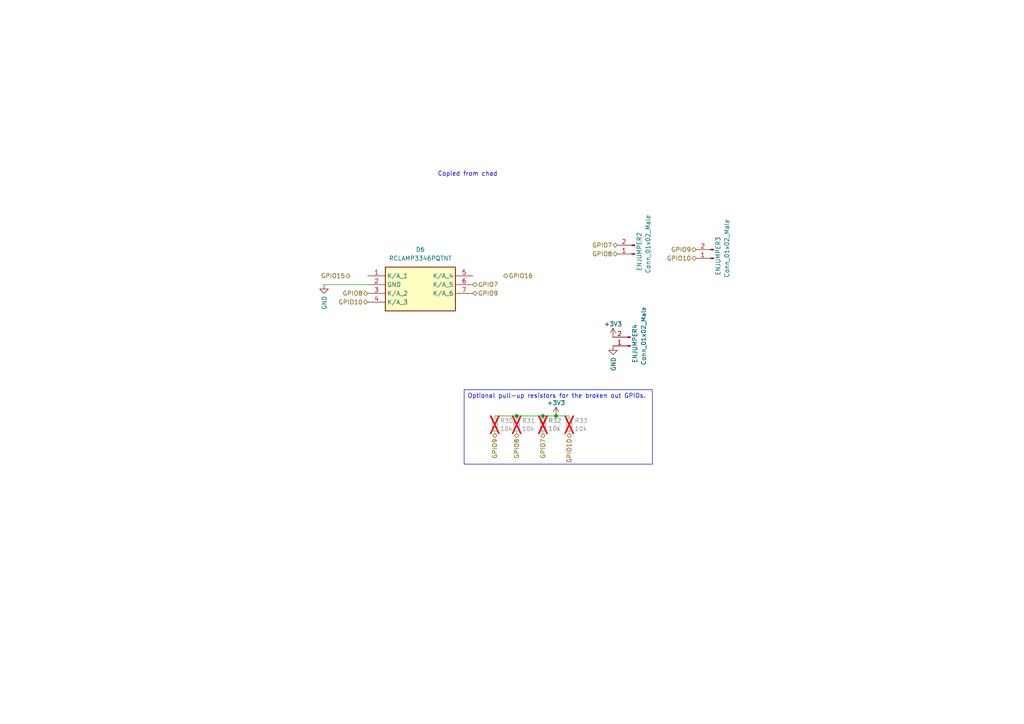
<source format=kicad_sch>
(kicad_sch (version 20250114) (generator "eeschema") (generator_version "9.0")
  (paper "A4")
  (lib_symbols
    (symbol "Connector:Conn_01x02_Male" (pin_names (offset 1.016) (hide yes))
      (property "Reference" "J" (at 0 2.54 0))
      (property "Value" "Conn_01x02_Male" (at 0 -5.08 0))
      (symbol "Conn_01x02_Male_1_1"
        (rectangle (start 0.8636 0.127) (end 0 -0.127) (stroke (width 0.1524)) (fill (type outline)))
        (rectangle (start 0.8636 -2.413) (end 0 -2.667) (stroke (width 0.1524)) (fill (type outline)))
        (polyline (pts (xy 1.27 0) (xy 0.8636 0)) (stroke (width 0.1524)))
        (polyline (pts (xy 1.27 -2.54) (xy 0.8636 -2.54)) (stroke (width 0.1524)))
        (pin passive line (at 5.08 0 180) (length 3.81) (name "Pin_1") (number "1"))
        (pin passive line (at 5.08 -2.54 180) (length 3.81) (name "Pin_2") (number "2"))
      )
    )
    (symbol "Device:R_Small" (pin_numbers (hide yes)) (pin_names (offset 0.254) (hide yes))
      (property "Reference" "R" (at 0.762 0.508 0))
      (property "Value" "R_Small" (at 0.762 -1.016 0))
      (symbol "R_Small_0_1"
        (rectangle (start -0.762 1.778) (end 0.762 -1.778) (stroke (width 0.2032)))
      )
      (symbol "R_Small_1_1"
        (pin passive line (at 0 2.54 270) (length 0.762) (name "~") (number "1"))
        (pin passive line (at 0 -2.54 90) (length 0.762) (name "~") (number "2"))
      )
    )
    (symbol "iclr:RCLAMP3346PQTNT"
      (property "Reference" "D" (at 26.67 7.62 0))
      (property "Value" "RCLAMP3346PQTNT" (at 26.67 5.08 0))
      (symbol "RCLAMP3346PQTNT_1_1"
        (rectangle (start 5.08 2.54) (end 25.4 -10.16) (stroke (width 0.254)) (fill (type background)))
        (pin passive line (at 0 0 0) (length 5.08) (name "K/A_1") (number "1"))
        (pin passive line (at 0 -2.54 0) (length 5.08) (name "GND") (number "2"))
        (pin passive line (at 0 -5.08 0) (length 5.08) (name "K/A_2") (number "3"))
        (pin passive line (at 0 -7.62 0) (length 5.08) (name "K/A_3") (number "4"))
        (pin passive line (at 30.48 0 180) (length 5.08) (name "K/A_4") (number "5"))
        (pin passive line (at 30.48 -2.54 180) (length 5.08) (name "K/A_5") (number "6"))
        (pin passive line (at 30.48 -5.08 180) (length 5.08) (name "K/A_6") (number "7"))
      )
    )
    (symbol "power:+3.3V" (power) (pin_names (offset 0))
      (property "Value" "+3.3V" (at 0 3.556 0))
      (symbol "+3.3V_0_1"
        (polyline (pts (xy -0.762 1.27) (xy 0 2.54)))
        (polyline (pts (xy 0 2.54) (xy 0.762 1.27)))
        (polyline (pts (xy 0 0) (xy 0 2.54)))
      )
      (symbol "+3.3V_1_1"
        (pin power_in line (at 0 0 90) (length 0) (hide yes) (name "+3V3") (number "1"))
      )
    )
    (symbol "power:GND" (power) (pin_names (offset 0))
      (property "Value" "GND" (at 0 -3.81 0))
      (symbol "GND_0_1"
        (polyline (pts (xy 0 0) (xy 0 -1.27) (xy 1.27 -1.27) (xy 0 -2.54) (xy -1.27 -1.27) (xy 0 -1.27)))
      )
      (symbol "GND_1_1"
        (pin power_in line (at 0 0 270) (length 0) (hide yes) (name "GND") (number "1"))
      )
    )
  )
  (text "Copied from chad" (at 135.636 50.546 0) (effects (font (size 1.27 1.27))))
  (text_box "Optional pull-up resistors for the broken out GPIOs." (at 134.62 113.03 0) (size 54.61 21.59) (margins 0.9525 0.9525 0.9525 0.9525) (effects (font (size 1.27 1.27)) (justify left top)))
  (junction (at 149.86 120.65))
  (junction (at 157.48 120.65))
  (junction (at 161.29 120.65))
  (wire (pts (xy 161.29 120.65) (xy 165.1 120.65)))
  (wire (pts (xy 149.86 120.65) (xy 157.48 120.65)))
  (wire (pts (xy 93.98 82.55) (xy 106.68 82.55)))
  (wire (pts (xy 157.48 120.65) (xy 161.29 120.65)))
  (wire (pts (xy 143.51 120.65) (xy 149.86 120.65)))
  (hierarchical_label "GPIO7" (shape bidirectional) (at 157.48 125.73 270))
  (hierarchical_label "GPIO8" (shape bidirectional) (at 106.68 85.09 180))
  (hierarchical_label "GPIO16" (shape bidirectional) (at 146.05 80.01 0))
  (hierarchical_label "GPIO7" (shape bidirectional) (at 137.16 82.55 0))
  (hierarchical_label "GPIO9" (shape bidirectional) (at 143.51 125.73 270))
  (hierarchical_label "GPIO15" (shape bidirectional) (at 101.6 80.01 180))
  (hierarchical_label "GPIO9" (shape bidirectional) (at 201.93 72.39 180))
  (hierarchical_label "GPIO8" (shape bidirectional) (at 149.86 125.73 270))
  (hierarchical_label "GPIO8" (shape bidirectional) (at 179.07 73.66 180))
  (hierarchical_label "GPIO10" (shape bidirectional) (at 201.93 74.93 180))
  (hierarchical_label "GPIO10" (shape bidirectional) (at 106.68 87.63 180))
  (hierarchical_label "GPIO9" (shape bidirectional) (at 137.16 85.09 0))
  (hierarchical_label "GPIO7" (shape bidirectional) (at 179.07 71.12 180))
  (hierarchical_label "GPIO10" (shape bidirectional) (at 165.1 125.73 270))
  (symbol (lib_id "power:+3.3V") (at 177.8 97.79 0) (unit 1)
    (property "Reference" "#PWR070" (effects (hide yes)))
    (property "Value" "+3V3" (at 177.8 93.98 0))
  )
  (symbol (lib_id "Connector:Conn_01x02_Male") (at 184.15 73.66 180) (unit 1)
    (property "Reference" "ENJUMPER2" (at 185.42 67.31 90) (effects (justify left)))
    (property "Value" "Conn_01x02_Male" (at 187.96 62.23 90) (effects (justify left)))
    (property "Footprint" "Connector_PinHeader_2.54mm:PinHeader_1x02_P2.54mm_Vertical" (effects (hide yes)))
  )
  (symbol (lib_id "power:GND") (at 93.98 82.55 0) (unit 1)
    (property "Reference" "#PWR071" (effects (hide yes)))
    (property "Value" "GND" (at 94.107 85.8012 90) (effects (justify right)))
  )
  (symbol (lib_id "power:GND") (at 177.8 100.33 0) (unit 1)
    (property "Reference" "#PWR068" (effects (hide yes)))
    (property "Value" "GND" (at 177.927 103.5812 90) (effects (justify right)))
  )
  (symbol (lib_id "Connector:Conn_01x02_Male") (at 207.01 74.93 180) (unit 1)
    (property "Reference" "ENJUMPER3" (at 208.28 68.58 90) (effects (justify left)))
    (property "Value" "Conn_01x02_Male" (at 210.82 63.5 90) (effects (justify left)))
    (property "Footprint" "Connector_PinHeader_2.54mm:PinHeader_1x02_P2.54mm_Vertical" (effects (hide yes)))
  )
  (symbol (lib_id "Connector:Conn_01x02_Male") (at 182.88 100.33 180) (unit 1)
    (property "Reference" "ENJUMPER4" (at 184.15 93.98 90) (effects (justify left)))
    (property "Value" "Conn_01x02_Male" (at 186.69 88.9 90) (effects (justify left)))
    (property "Footprint" "Connector_PinHeader_2.54mm:PinHeader_1x02_P2.54mm_Vertical" (effects (hide yes)))
  )
  (symbol (lib_id "iclr:RCLAMP3346PQTNT") (at 106.68 80.01 0) (unit 1)
    (property "Reference" "D6" (at 121.92 72.39 0))
    (property "Value" "RCLAMP3346PQTNT" (at 121.92 74.93 0))
    (property "Footprint" "iclr:RCLAMP3346PQTNT" (effects (hide yes)))
    (property "Description" "ESD Suppressors / TVS Diodes 6Line ESD protection automotive grade" (effects (hide yes)))
    (property "Height" "0.53" (effects (hide yes)))
    (property "Mouser Part Number" "947-RCLAMP3346PQTNT" (effects (hide yes)))
    (property "Mouser Price/Stock" "https://www.mouser.co.uk/ProductDetail/Semtech/RCLAMP3346PQTNT?qs=gTYE2QTfZfTlZML4DB76Nw%3D%3D" (effects (hide yes)))
    (property "Manufacturer_Name" "SEMTECH" (effects (hide yes)))
    (property "Manufacturer_Part_Number" "RCLAMP3346PQTNT" (effects (hide yes)))
  )
  (symbol (lib_id "Device:R_Small") (at 143.51 123.19 0) (unit 1) (dnp yes)
    (property "Reference" "R30" (at 145.0086 122.0216 0) (effects (justify left)))
    (property "Value" "10k" (at 145.0086 124.333 0) (effects (justify left)))
    (property "Footprint" "Resistor_SMD:R_0402_1005Metric" (effects (hide yes)))
  )
  (symbol (lib_id "Device:R_Small") (at 149.86 123.19 0) (unit 1) (dnp yes)
    (property "Reference" "R31" (at 151.3586 122.0216 0) (effects (justify left)))
    (property "Value" "10k" (at 151.3586 124.333 0) (effects (justify left)))
    (property "Footprint" "Resistor_SMD:R_0402_1005Metric" (effects (hide yes)))
  )
  (symbol (lib_id "power:+3.3V") (at 161.29 120.65 0) (unit 1)
    (property "Reference" "#PWR069" (effects (hide yes)))
    (property "Value" "+3V3" (at 161.29 116.84 0))
  )
  (symbol (lib_id "Device:R_Small") (at 157.48 123.19 0) (unit 1) (dnp yes)
    (property "Reference" "R32" (at 158.9786 122.0216 0) (effects (justify left)))
    (property "Value" "10k" (at 158.9786 124.333 0) (effects (justify left)))
    (property "Footprint" "Resistor_SMD:R_0402_1005Metric" (effects (hide yes)))
  )
  (symbol (lib_id "Device:R_Small") (at 165.1 123.19 0) (unit 1) (dnp yes)
    (property "Reference" "R33" (at 166.5986 122.0216 0) (effects (justify left)))
    (property "Value" "10k" (at 166.5986 124.333 0) (effects (justify left)))
    (property "Footprint" "Resistor_SMD:R_0402_1005Metric" (effects (hide yes)))
  )
)
</source>
